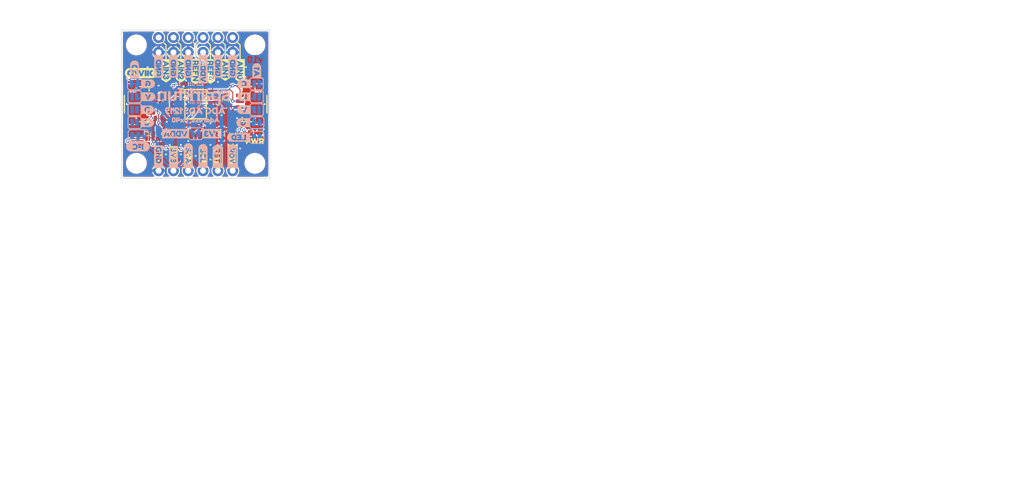
<source format=kicad_pcb>
(kicad_pcb (version 20241229) (generator "pcbnew") (generator_version "9.0")
  (layers (0 "F.Cu" signal) (2 "B.Cu" signal) (13 "F.Paste" user) (15 "B.Paste" user) (5 "F.SilkS" user "F.Silkscreen") (7 "B.SilkS" user "B.Silkscreen") (1 "F.Mask" user) (3 "B.Mask" user) (25 "Edge.Cuts" user))
  (net 0 "")
  (net 1 "GND")
  (net 2 "VDDA")
  (net 3 "Net-(D1-A)")
  (net 4 "SDA")
  (net 5 "SCL")
  (net 6 "AIN3")
  (net 7 "AIN2")
  (net 8 "REFN")
  (net 9 "REFP")
  (net 10 "AIN1")
  (net 11 "AIN0")
  (net 12 "~{RESET}")
  (net 13 "~{DRDY}")
  (net 14 "Net-(JP2-B)")
  (net 15 "Net-(JP3-A)")
  (net 16 "A0")
  (net 17 "A1")
  (net 22 "3.3V")
  (net 23 "Net-(JP3-C)")
  (footprint "SparkFun-Hardware:Standoff" (layer "F.Cu") (at 149.86 104.14)
    (property "Reference" "ST2")
    (property "Value" "Standoff")
    (pad "" np_thru_hole circle (at 0 0) (size 3.1 3.1) (drill 3.1) (layers "*.Cu" "*.Mask"))
  )
  (footprint "SparkFun-Connector:1x06" (layer "F.Cu") (at 133.35 102.87)
    (property "Reference" "J3")
    (property "Value" "Conn_01x06")
    (pad "1" thru_hole circle (at 0 0 90) (size 1.8796 1.8796) (drill 1.016) (layers "*.Cu" "*.Mask") (net 6 "AIN3"))
    (pad "2" thru_hole circle (at 2.54 0 90) (size 1.8796 1.8796) (drill 1.016) (layers "*.Cu" "*.Mask") (net 7 "AIN2"))
    (pad "3" thru_hole circle (at 5.08 0 90) (size 1.8796 1.8796) (drill 1.016) (layers "*.Cu" "*.Mask") (net 8 "REFN"))
    (pad "4" thru_hole circle (at 7.62 0 90) (size 1.8796 1.8796) (drill 1.016) (layers "*.Cu" "*.Mask") (net 9 "REFP"))
    (pad "5" thru_hole circle (at 10.16 0 90) (size 1.8796 1.8796) (drill 1.016) (layers "*.Cu" "*.Mask") (net 10 "AIN1"))
    (pad "6" thru_hole circle (at 12.7 0 90) (size 1.8796 1.8796) (drill 1.016) (layers "*.Cu" "*.Mask") (net 11 "AIN0"))
  )
  (footprint "SparkFun-Connector:1x02" (layer "F.Cu") (at 143.51 125.73)
    (property "Reference" "J5")
    (property "Value" "Conn_01x02")
    (pad "1" thru_hole circle (at 0 0 90) (size 1.8796 1.8796) (drill 1.016) (layers "*.Cu" "*.Mask") (net 12 "~{RESET}"))
    (pad "2" thru_hole circle (at 2.54 0 90) (size 1.8796 1.8796) (drill 1.016) (layers "*.Cu" "*.Mask") (net 13 "~{DRDY}"))
  )
  (footprint "SparkFun-Aesthetic:qwiic_5.5mm" (layer "F.Cu") (at 130.302 108.966)
    (property "Reference" "G***" (hide yes))
    (property "Value" "LOGO" (hide yes))
  )
  (footprint "kibuzzard-67BCE9C9" (layer "F.Cu") (at 138.43 123.19 -90)
    (property "Reference" "kibuzzard-67BCE9C9" (hide yes))
    (property "Value" "G***" (hide yes))
  )
  (footprint "kibuzzard-64C36D5B" (layer "F.Cu") (at 142.24 108.712 -90)
    (property "Reference" "kibuzzard-64C36D5B" (hide yes))
    (property "Value" "G***" (hide yes))
  )
  (footprint "SparkFun-Semiconductor-Standard:TSSOP-16" (layer "F.Cu") (at 139.7 114.3)
    (property "Reference" "U1")
    (property "Value" "ADS1219IPW")
    (pad "1" smd roundrect (at -2.9 -2.275) (size 1.5 0.45) (layers "F.Cu" "F.Mask" "F.Paste") (roundrect_rratio 0.1) (net 16 "A0"))
    (pad "2" smd roundrect (at -2.9 -1.625) (size 1.5 0.45) (layers "F.Cu" "F.Mask" "F.Paste") (roundrect_rratio 0.1) (net 17 "A1"))
    (pad "3" smd roundrect (at -2.9 -0.975) (size 1.5 0.45) (layers "F.Cu" "F.Mask" "F.Paste") (roundrect_rratio 0.1) (net 12 "~{RESET}"))
    (pad "4" smd roundrect (at -2.9 -0.325) (size 1.5 0.45) (layers "F.Cu" "F.Mask" "F.Paste") (roundrect_rratio 0.1) (net 1 "GND"))
    (pad "5" smd roundrect (at -2.9 0.325) (size 1.5 0.45) (layers "F.Cu" "F.Mask" "F.Paste") (roundrect_rratio 0.1) (net 1 "GND"))
    (pad "6" smd roundrect (at -2.9 0.975) (size 1.5 0.45) (layers "F.Cu" "F.Mask" "F.Paste") (roundrect_rratio 0.1) (net 6 "AIN3"))
    (pad "7" smd roundrect (at -2.9 1.625) (size 1.5 0.45) (layers "F.Cu" "F.Mask" "F.Paste") (roundrect_rratio 0.1) (net 7 "AIN2"))
    (pad "8" smd roundrect (at -2.9 2.275) (size 1.5 0.45) (layers "F.Cu" "F.Mask" "F.Paste") (roundrect_rratio 0.1) (net 8 "REFN"))
    (pad "9" smd roundrect (at 2.9 2.275) (size 1.5 0.45) (layers "F.Cu" "F.Mask" "F.Paste") (roundrect_rratio 0.1) (net 9 "REFP"))
    (pad "10" smd roundrect (at 2.9 1.625) (size 1.5 0.45) (layers "F.Cu" "F.Mask" "F.Paste") (roundrect_rratio 0.1) (net 10 "AIN1"))
    (pad "11" smd roundrect (at 2.9 0.975) (size 1.5 0.45) (layers "F.Cu" "F.Mask" "F.Paste") (roundrect_rratio 0.1) (net 11 "AIN0"))
    (pad "12" smd roundrect (at 2.9 0.325) (size 1.5 0.45) (layers "F.Cu" "F.Mask" "F.Paste") (roundrect_rratio 0.1) (net 2 "VDDA"))
    (pad "13" smd roundrect (at 2.9 -0.325) (size 1.5 0.45) (layers "F.Cu" "F.Mask" "F.Paste") (roundrect_rratio 0.1) (net 22 "3.3V"))
    (pad "14" smd roundrect (at 2.9 -0.975) (size 1.5 0.45) (layers "F.Cu" "F.Mask" "F.Paste") (roundrect_rratio 0.1) (net 13 "~{DRDY}"))
    (pad "15" smd roundrect (at 2.9 -1.625) (size 1.5 0.45) (layers "F.Cu" "F.Mask" "F.Paste") (roundrect_rratio 0.1) (net 4 "SDA"))
    (pad "16" smd roundrect (at 2.9 -2.275) (size 1.5 0.45) (layers "F.Cu" "F.Mask" "F.Paste") (roundrect_rratio 0.1) (net 5 "SCL"))
  )
  (footprint "kibuzzard-67BCE9CD" (layer "F.Cu") (at 140.97 123.19 -90)
    (property "Reference" "kibuzzard-67BCE9CD" (hide yes))
    (property "Value" "G***" (hide yes))
  )
  (footprint "kibuzzard-64C3B30F" (layer "F.Cu") (at 149.86 120.65)
    (property "Reference" "kibuzzard-64C3B30F" (hide yes))
    (property "Value" "G***" (hide yes))
  )
  (footprint "SparkFun-Connector:1x06" (layer "F.Cu") (at 133.35 105.41)
    (property "Reference" "J4")
    (property "Value" "Conn_01x06")
    (pad "1" thru_hole circle (at 0 0 90) (size 1.8796 1.8796) (drill 1.016) (layers "*.Cu" "*.Mask") (net 1 "GND"))
    (pad "2" thru_hole circle (at 2.54 0 90) (size 1.8796 1.8796) (drill 1.016) (layers "*.Cu" "*.Mask") (net 1 "GND"))
    (pad "3" thru_hole circle (at 5.08 0 90) (size 1.8796 1.8796) (drill 1.016) (layers "*.Cu" "*.Mask") (net 1 "GND"))
    (pad "4" thru_hole circle (at 7.62 0 90) (size 1.8796 1.8796) (drill 1.016) (layers "*.Cu" "*.Mask") (net 2 "VDDA"))
    (pad "5" thru_hole circle (at 10.16 0 90) (size 1.8796 1.8796) (drill 1.016) (layers "*.Cu" "*.Mask") (net 1 "GND"))
    (pad "6" thru_hole circle (at 12.7 0 90) (size 1.8796 1.8796) (drill 1.016) (layers "*.Cu" "*.Mask") (net 1 "GND"))
  )
  (footprint "kibuzzard-64C36D6C" (layer "F.Cu") (at 144.78 108.458 -90)
    (property "Reference" "kibuzzard-64C36D6C" (hide yes))
    (property "Value" "G***" (hide yes))
  )
  (footprint "SparkFun-Resistor:R_0603_1608Metric" (layer "F.Cu") (at 131.445 119.38 -90)
    (property "Reference" "R2")
    (property "Value" "2.2k")
    (pad "1" smd roundrect (at -0.825 0 270) (size 0.8 0.95) (layers "F.Cu" "F.Mask" "F.Paste") (net 5 "SCL"))
    (pad "2" smd roundrect (at 0.825 0 270) (size 0.8 0.95) (layers "F.Cu" "F.Mask" "F.Paste") (net 23 "Net-(JP3-C)"))
  )
  (footprint "SparkFun-Capacitor:C_0603_1608Metric" (layer "F.Cu") (at 137.16 119.38 -90)
    (property "Reference" "C3")
    (property "Value" "2.2uF")
    (pad "1" smd roundrect (at -0.775 0 270) (size 0.9 0.95) (layers "F.Cu" "F.Mask" "F.Paste") (net 2 "VDDA"))
    (pad "2" smd roundrect (at 0.775 0 270) (size 0.9 0.95) (layers "F.Cu" "F.Mask" "F.Paste") (net 1 "GND"))
  )
  (footprint "SparkFun-Resistor:R_0603_1608Metric" (layer "F.Cu") (at 146.05 119.38 90)
    (property "Reference" "R1")
    (property "Value" "1k")
    (pad "1" smd roundrect (at -0.825 0 90) (size 0.8 0.95) (layers "F.Cu" "F.Mask" "F.Paste") (net 14 "Net-(JP2-B)"))
    (pad "2" smd roundrect (at 0.825 0 90) (size 0.8 0.95) (layers "F.Cu" "F.Mask" "F.Paste") (net 22 "3.3V"))
  )
  (footprint "SparkFun-Capacitor:C_0603_1608Metric" (layer "F.Cu") (at 142.24 119.38 -90)
    (property "Reference" "C1")
    (property "Value" "2.2uF")
    (pad "1" smd roundrect (at -0.775 0 270) (size 0.9 0.95) (layers "F.Cu" "F.Mask" "F.Paste") (net 22 "3.3V"))
    (pad "2" smd roundrect (at 0.775 0 270) (size 0.9 0.95) (layers "F.Cu" "F.Mask" "F.Paste") (net 1 "GND"))
  )
  (footprint "SparkFun-Connector:JST_SMD_1.0mm-4_Black" (layer "F.Cu") (at 147.32 114.3 90)
    (property "Reference" "J2")
    (property "Value" "Qwiic_RA")
    (pad "1" smd rect (at -1.5 0 90) (size 0.6 1.35) (layers "F.Cu" "F.Mask" "F.Paste") (net 1 "GND"))
    (pad "2" smd rect (at -0.5 0 90) (size 0.6 1.35) (layers "F.Cu" "F.Mask" "F.Paste") (net 22 "3.3V"))
    (pad "3" smd rect (at 0.5 0 90) (size 0.6 1.35) (layers "F.Cu" "F.Mask" "F.Paste") (net 4 "SDA"))
    (pad "4" smd rect (at 1.5 0 90) (size 0.6 1.35) (layers "F.Cu" "F.Mask" "F.Paste") (net 5 "SCL"))
    (pad "NC1" smd rect (at 2.8 3.675 90) (size 1.2 2) (layers "F.Cu" "F.Mask" "F.Paste"))
    (pad "NC2" smd rect (at -2.8 3.675 90) (size 1.2 2) (layers "F.Cu" "F.Mask" "F.Paste"))
  )
  (footprint "kibuzzard-67BCEA70" (layer "F.Cu") (at 146.05 123.19 -90)
    (property "Reference" "kibuzzard-67BCEA70" (hide yes))
    (property "Value" "G***" (hide yes))
  )
  (footprint "kibuzzard-67BCE9A5" (layer "F.Cu") (at 143.51 123.19 -90)
    (property "Reference" "kibuzzard-67BCE9A5" (hide yes))
    (property "Value" "G***" (hide yes))
  )
  (footprint "kibuzzard-67BCC03F" (layer "F.Cu") (at 133.35 123.34875 -90)
    (property "Reference" "kibuzzard-67BCC03F" (hide yes))
    (property "Value" "G***" (hide yes))
  )
  (footprint "kibuzzard-64C36D91" (layer "F.Cu") (at 147.32 108.585 -90)
    (property "Reference" "kibuzzard-64C36D91" (hide yes))
    (property "Value" "G***" (hide yes))
  )
  (footprint "SparkFun-Connector:JST_SMD_1.0mm-4_Black" (layer "F.Cu") (at 132.08 114.3 -90)
    (property "Reference" "J1")
    (property "Value" "Qwiic_RA")
    (pad "1" smd rect (at -1.5 0 270) (size 0.6 1.35) (layers "F.Cu" "F.Mask" "F.Paste") (net 1 "GND"))
    (pad "2" smd rect (at -0.5 0 270) (size 0.6 1.35) (layers "F.Cu" "F.Mask" "F.Paste") (net 22 "3.3V"))
    (pad "3" smd rect (at 0.5 0 270) (size 0.6 1.35) (layers "F.Cu" "F.Mask" "F.Paste") (net 4 "SDA"))
    (pad "4" smd rect (at 1.5 0 270) (size 0.6 1.35) (layers "F.Cu" "F.Mask" "F.Paste") (net 5 "SCL"))
    (pad "NC1" smd rect (at 2.8 3.675 270) (size 1.2 2) (layers "F.Cu" "F.Mask" "F.Paste"))
    (pad "NC2" smd rect (at -2.8 3.675 270) (size 1.2 2) (layers "F.Cu" "F.Mask" "F.Paste"))
  )
  (footprint "kibuzzard-64C36D47" (layer "F.Cu") (at 139.7 108.712 -90)
    (property "Reference" "kibuzzard-64C36D47" (hide yes))
    (property "Value" "G***" (hide yes))
  )
  (footprint "SparkFun-Resistor:R_0603_1608Metric" (layer "F.Cu") (at 134.62 113.665 -90)
    (property "Reference" "R5")
    (property "Value" "10k")
    (pad "1" smd roundrect (at -0.825 0 270) (size 0.8 0.95) (layers "F.Cu" "F.Mask" "F.Paste") (net 22 "3.3V"))
    (pad "2" smd roundrect (at 0.825 0 270) (size 0.8 0.95) (layers "F.Cu" "F.Mask" "F.Paste") (net 12 "~{RESET}"))
  )
  (footprint "kibuzzard-64C36D1A" (layer "F.Cu") (at 134.62 108.585 -90)
    (property "Reference" "kibuzzard-64C36D1A" (hide yes))
    (property "Value" "G***" (hide yes))
  )
  (footprint "SparkFun-Resistor:R_0603_1608Metric" (layer "F.Cu") (at 144.78 113.665 -90)
    (property "Reference" "R4")
    (property "Value" "10k")
    (pad "1" smd roundrect (at -0.825 0 270) (size 0.8 0.95) (layers "F.Cu" "F.Mask" "F.Paste") (net 13 "~{DRDY}"))
    (pad "2" smd roundrect (at 0.825 0 270) (size 0.8 0.95) (layers "F.Cu" "F.Mask" "F.Paste") (net 22 "3.3V"))
  )
  (footprint "kibuzzard-67BCE9E1" (layer "F.Cu") (at 135.89 123.34875 -90)
    (property "Reference" "kibuzzard-67BCE9E1" (hide yes))
    (property "Value" "G***" (hide yes))
  )
  (footprint "SparkFun-Connector:1x04" (layer "F.Cu") (at 133.35 125.73)
    (property "Reference" "J6")
    (property "Value" "I2C")
    (pad "1" thru_hole circle (at 0 0 90) (size 1.8796 1.8796) (drill 1.016) (layers "*.Cu" "*.Mask") (net 1 "GND"))
    (pad "2" thru_hole circle (at 2.54 0 90) (size 1.8796 1.8796) (drill 1.016) (layers "*.Cu" "*.Mask") (net 22 "3.3V"))
    (pad "3" thru_hole circle (at 5.08 0 90) (size 1.8796 1.8796) (drill 1.016) (layers "*.Cu" "*.Mask") (net 4 "SDA"))
    (pad "4" thru_hole circle (at 7.62 0 90) (size 1.8796 1.8796) (drill 1.016) (layers "*.Cu" "*.Mask") (net 5 "SCL"))
  )
  (footprint "SparkFun-Capacitor:C_0603_1608Metric" (layer "F.Cu") (at 144.145 119.38 -90)
    (property "Reference" "C2")
    (property "Value" "0.1uF")
    (pad "1" smd roundrect (at -0.775 0 270) (size 0.9 0.95) (layers "F.Cu" "F.Mask" "F.Paste") (net 22 "3.3V"))
    (pad "2" smd roundrect (at 0.775 0 270) (size 0.9 0.95) (layers "F.Cu" "F.Mask" "F.Paste") (net 1 "GND"))
  )
  (footprint "SparkFun-Capacitor:C_0603_1608Metric" (layer "F.Cu") (at 135.255 119.38 -90)
    (property "Reference" "C4")
    (property "Value" "0.1uF")
    (pad "1" smd roundrect (at -0.775 0 270) (size 0.9 0.95) (layers "F.Cu" "F.Mask" "F.Paste") (net 2 "VDDA"))
    (pad "2" smd roundrect (at 0.775 0 270) (size 0.9 0.95) (layers "F.Cu" "F.Mask" "F.Paste") (net 1 "GND"))
  )
  (footprint "SparkFun-Resistor:R_0603_1608Metric" (layer "F.Cu") (at 133.35 119.38 90)
    (property "Reference" "R3")
    (property "Value" "2.2k")
    (pad "1" smd roundrect (at -0.825 0 90) (size 0.8 0.95) (layers "F.Cu" "F.Mask" "F.Paste") (net 15 "Net-(JP3-A)"))
    (pad "2" smd roundrect (at 0.825 0 90) (size 0.8 0.95) (layers "F.Cu" "F.Mask" "F.Paste") (net 4 "SDA"))
  )
  (footprint "SparkFun-Hardware:Standoff" (layer "F.Cu") (at 129.54 124.46)
    (property "Reference" "ST4")
    (property "Value" "Standoff")
    (pad "" np_thru_hole circle (at 0 0) (size 3.1 3.1) (drill 3.1) (layers "*.Cu" "*.Mask"))
  )
  (footprint "SparkFun-Aesthetic:Fiducial_0.5mm_Mask1mm" (layer "F.Cu") (at 151.765 126.365)
    (property "Reference" "FID1")
    (property "Value" "Fiducial_0.5mm")
    (pad "" smd circle (at 0 0) (size 0.5 0.5) (layers "F.Cu" "F.Mask") (clearance 0.25))
  )
  (footprint "SparkFun-Hardware:Standoff" (layer "F.Cu") (at 129.54 104.14)
    (property "Reference" "ST1")
    (property "Value" "Standoff")
    (pad "" np_thru_hole circle (at 0 0) (size 3.1 3.1) (drill 3.1) (layers "*.Cu" "*.Mask"))
  )
  (footprint "SparkFun-Aesthetic:Fiducial_0.5mm_Mask1mm" (layer "F.Cu") (at 127.635 102.235)
    (property "Reference" "FID3")
    (property "Value" "Fiducial_0.5mm")
    (pad "" smd circle (at 0 0) (size 0.5 0.5) (layers "F.Cu" "F.Mask") (clearance 0.25))
  )
  (footprint "SparkFun-LED:LED_0603_1608Metric_Red" (layer "F.Cu") (at 149.86 119.253 180)
    (property "Reference" "D1")
    (property "Value" "Red")
    (pad "1" smd roundrect (at -0.7875 0 180) (size 0.875 0.95) (layers "F.Cu" "F.Mask" "F.Paste") (net 1 "GND"))
    (pad "2" smd roundrect (at 0.7875 0 180) (size 0.875 0.95) (layers "F.Cu" "F.Mask" "F.Paste") (net 3 "Net-(D1-A)"))
  )
  (footprint "kibuzzard-64C36D2D" (layer "F.Cu") (at 137.16 108.585 -90)
    (property "Reference" "kibuzzard-64C36D2D" (hide yes))
    (property "Value" "G***" (hide yes))
  )
  (footprint "SparkFun-Hardware:Standoff" (layer "F.Cu") (at 149.86 124.46)
    (property "Reference" "ST3")
    (property "Value" "Standoff")
    (pad "" np_thru_hole circle (at 0 0) (size 3.1 3.1) (drill 3.1) (layers "*.Cu" "*.Mask"))
  )
  (footprint "kibuzzard-67BCEA3A" (layer "B.Cu") (at 138.43 123.19 90)
    (property "Reference" "kibuzzard-67BCEA3A" (hide yes))
    (property "Value" "G***" (hide yes))
  )
  (footprint "kibuzzard-67BCEB15" (layer "B.Cu") (at 129.2225 108.2675 90)
    (property "Reference" "kibuzzard-67BCEB15" (hide yes))
    (property "Value" "G***" (hide yes))
  )
  (footprint "SparkFun-Jumper:Jumper_2_NO" (layer "B.Cu") (at 150.1775 113.03 180)
    (property "Reference" "JP10")
    (property "Value" "D")
    (pad "1" smd rect (at -0.4064 0 180) (size 0.635 1.27) (layers "B.Cu" "B.Mask") (net 17 "A1"))
    (pad "2" smd rect (at 0.4064 0 180) (size 0.635 1.27) (layers "B.Cu" "B.Mask") (net 4 "SDA"))
  )
  (footprint "kibuzzard-67BCE896" (layer "B.Cu") (at 147.955 115.2525 180)
    (property "Reference" "kibuzzard-67BCE896" (hide yes))
    (property "Value" "G***" (hide yes))
  )
  (footprint "kibuzzard-64C37A88" (layer "B.Cu") (at 142.494 119.38 180)
    (property "Reference" "kibuzzard-64C37A88" (hide yes))
    (property "Value" "G***" (hide yes))
  )
  (footprint "kibuzzard-67BCE805" (layer "B.Cu") (at 131.60375 113.03 180)
    (property "Reference" "kibuzzard-67BCE805" (hide yes))
    (property "Value" "G***" (hide yes))
  )
  (footprint "kibuzzard-67BCE80E" (layer "B.Cu") (at 131.445 117.475 180)
    (property "Reference" "kibuzzard-67BCE80E" (hide yes))
    (property "Value" "G***" (hide yes))
  )
  (footprint "kibuzzard-67BCEAC6" (layer "B.Cu") (at 143.51 107.79125 90)
    (property "Reference" "kibuzzard-67BCEAC6" (hide yes))
    (property "Value" "G***" (hide yes))
  )
  (footprint "SparkFun-Jumper:Jumper_2_NO" (layer "B.Cu") (at 129.2225 115.2525)
    (property "Reference" "JP6")
    (property "Value" "D")
    (pad "1" smd rect (at -0.4064 0) (size 0.635 1.27) (layers "B.Cu" "B.Mask") (net 16 "A0"))
    (pad "2" smd rect (at 0.4064 0) (size 0.635 1.27) (layers "B.Cu" "B.Mask") (net 4 "SDA"))
  )
  (footprint "SparkFun-Aesthetic:SparkFun_Logo_NoFlame_12.5mm" (layer "B.Cu") (at 139.8 112.8 180)
    (property "Reference" "G***" (hide yes))
    (property "Value" "LOGO" (hide yes))
  )
  (footprint "kibuzzard-67BCEAC6" (layer "B.Cu") (at 133.35 107.79125 90)
    (property "Reference" "kibuzzard-67BCEAC6" (hide yes))
    (property "Value" "G***" (hide yes))
  )
  (footprint "SparkFun-Jumper:Jumper_2_NC_Trace" (layer "B.Cu") (at 129.2225 110.8075)
    (property "Reference" "JP4")
    (property "Value" "G")
    (fp_poly (pts (xy -0.25 0.15) (xy 0.25 0.15) (xy 0.25 -0.15) (xy -0.25 -0.15)) (fill yes) (layer "B.Cu"))
    (pad "1" smd rect (at -0.5207 0) (size 0.6604 1.27) (layers "B.Cu" "B.Mask") (net 16 "A0"))
    (pad "2" smd rect (at 0.5207 0) (size 0.6604 1.27) (layers "B.Cu" "B.Mask") (net 1 "GND"))
  )
  (footprint "SparkFun-Jumper:Jumper_2_NO" (layer "B.Cu") (at 129.2225 117.475)
    (property "Reference" "JP7")
    (property "Value" "C")
    (pad "1" smd rect (at -0.4064 0) (size 0.635 1.27) (layers "B.Cu" "B.Mask") (net 16 "A0"))
    (pad "2" smd rect (at 0.4064 0) (size 0.635 1.27) (layers "B.Cu" "B.Mask") (net 5 "SCL"))
  )
  (footprint "SparkFun-Jumper:Jumper_2_NC_Trace" (layer "B.Cu") (at 139.7 119.38 180)
    (property "Reference" "JP1")
    (property "Value" "~")
    (fp_poly (pts (xy -0.25 0.15) (xy 0.25 0.15) (xy 0.25 -0.15) (xy -0.25 -0.15)) (fill yes) (layer "B.Cu"))
    (pad "1" smd rect (at -0.5207 0 180) (size 0.6604 1.27) (layers "B.Cu" "B.Mask") (net 22 "3.3V"))
    (pad "2" smd rect (at 0.5207 0 180) (size 0.6604 1.27) (layers "B.Cu" "B.Mask") (net 2 "VDDA"))
  )
  (footprint "SparkFun-Jumper:Jumper_3_NC-2_Trace" (layer "B.Cu") (at 129.8575 119.6975 180)
    (property "Reference" "JP3")
    (property "Value" "~")
    (fp_poly (pts (xy 0.262 0.173) (xy 0.762 0.173) (xy 0.762 -0.127) (xy 0.262 -0.127)) (fill yes) (layer "B.Cu"))
    (fp_poly (pts (xy -0.7707 0.15) (xy -0.2707 0.15) (xy -0.2707 -0.15) (xy -0.7707 -0.15)) (fill yes) (layer "B.Cu"))
    (pad "1" smd rect (at -1.0414 0 180) (size 0.6604 1.27) (layers "B.Cu" "B.Mask") (net 15 "Net-(JP3-A)"))
    (pad "2" smd rect (at 0 0 180) (size 0.6604 1.27) (layers "B.Cu" "B.Mask") (net 22 "3.3V"))
    (pad "3" smd rect (at 1.0414 0) (size 0.6604 1.27) (layers "B.Cu" "B.Mask") (net 23 "Net-(JP3-C)"))
  )
  (footprint "SparkFun-Jumper:Jumper_2_NO" (layer "B.Cu") (at 150.1775 110.8075 180)
    (property "Reference" "JP11")
    (property "Value" "C")
    (pad "1" smd rect (at -0.4064 0 180) (size 0.635 1.27) (layers "B.Cu" "B.Mask") (net 17 "A1"))
    (pad "2" smd rect (at 0.4064 0 180) (size 0.635 1.27) (layers "B.Cu" "B.Mask") (net 5 "SCL"))
  )
  (footprint "SparkFun-Jumper:Jumper_2_NC_Trace" (layer "B.Cu") (at 150.1775 117.475 180)
    (property "Reference" "JP8")
    (property "Value" "G")
    (fp_poly (pts (xy -0.25 0.15) (xy 0.25 0.15) (xy 0.25 -0.15) (xy -0.25 -0.15)) (fill yes) (layer "B.Cu"))
    (pad "1" smd rect (at -0.5207 0 180) (size 0.6604 1.27) (layers "B.Cu" "B.Mask") (net 17 "A1"))
    (pad "2" smd rect (at 0.5207 0 180) (size 0.6604 1.27) (layers "B.Cu" "B.Mask") (net 1 "GND"))
  )
  (footprint "kibuzzard-67BCE889" (layer "B.Cu") (at 147.79625 117.475 180)
    (property "Reference" "kibuzzard-67BCE889" (hide yes))
    (property "Value" "G***" (hide yes))
  )
  (footprint "kibuzzard-67BCE809" (layer "B.Cu") (at 131.445 115.2525 180)
    (property "Reference" "kibuzzard-67BCE809" (hide yes))
    (property "Value" "G***" (hide yes))
  )
  (footprint "kibuzzard-67BCEA31" (layer "B.Cu") (at 140.97 123.19 90)
    (property "Reference" "kibuzzard-67BCEA31" (hide yes))
    (property "Value" "G***" (hide yes))
  )
  (footprint "SparkFun-Jumper:Jumper_2_NO" (layer "B.Cu") (at 150.1775 115.2525 180)
    (property "Reference" "JP9")
    (property "Value" "V")
    (pad "1" smd rect (at -0.4064 0 180) (size 0.635 1.27) (layers "B.Cu" "B.Mask") (net 17 "A1"))
    (pad "2" smd rect (at 0.4064 0 180) (size 0.635 1.27) (layers "B.Cu" "B.Mask") (net 22 "3.3V"))
  )
  (footprint "kibuzzard-67BCE899" (layer "B.Cu") (at 147.955 113.03 180)
    (property "Reference" "kibuzzard-67BCE899" (hide yes))
    (property "Value" "G***" (hide yes))
  )
  (footprint "kibuzzard-67BCEA1E" (layer "B.Cu") (at 143.51 123.19 90)
    (property "Reference" "kibuzzard-67BCEA1E" (hide yes))
    (property "Value" "G***" (hide yes))
  )
  (footprint "kibuzzard-64C37CC9" (layer "B.Cu") (at 136.271 119.38 180)
    (property "Reference" "kibuzzard-64C37CC9" (hide yes))
    (property "Value" "G***" (hide yes))
  )
  (footprint "kibuzzard-67BCEB1D" (layer "B.Cu") (at 150.1775 108.585 90)
    (property "Reference" "kibuzzard-67BCEB1D" (hide yes))
    (property "Value" "G***" (hide yes))
  )
  (footprint "kibuzzard-67BCEAC6" (layer "B.Cu") (at 138.43 107.79125 90)
    (property "Reference" "kibuzzard-67BCEAC6" (hide yes))
    (property "Value" "G***" (hide yes))
  )
  (footprint "kibuzzard-64C38090" (layer "B.Cu") (at 129.794 121.6025 180)
    (property "Reference" "kibuzzard-64C38090" (hide yes))
    (property "Value" "G***" (hide yes))
  )
  (footprint "kibuzzard-67BCEA55" (layer "B.Cu") (at 133.35 123.34875 90)
    (property "Reference" "kibuzzard-67BCEA55" (hide yes))
    (property "Value" "G***" (hide yes))
  )
  (footprint "kibuzzard-67BCEAC6" (layer "B.Cu") (at 135.89 107.79125 90)
    (property "Reference" "kibuzzard-67BCEAC6" (hide yes))
    (property "Value" "G***" (hide yes))
  )
  (footprint "SparkFun-Jumper:Jumper_2_NC_Trace" (layer "B.Cu") (at 150.1775 120.015)
    (property "Reference" "JP2")
    (property "Value" "~")
    (fp_poly (pts (xy -0.25 0.15) (xy 0.25 0.15) (xy 0.25 -0.15) (xy -0.25 -0.15)) (fill yes) (layer "B.Cu"))
    (pad "1" smd rect (at -0.5207 0) (size 0.6604 1.27) (layers "B.Cu" "B.Mask") (net 3 "Net-(D1-A)"))
    (pad "2" smd rect (at 0.5207 0) (size 0.6604 1.27) (layers "B.Cu" "B.Mask") (net 14 "Net-(JP2-B)"))
  )
  (footprint "kibuzzard-67BCEAAB" (layer "B.Cu") (at 147.0025 120.015 180)
    (property "Reference" "kibuzzard-67BCEAAB" (hide yes))
    (property "Value" "G***" (hide yes))
  )
  (footprint "kibuzzard-67BCEAC6" (layer "B.Cu") (at 146.05 107.79125 90)
    (property "Reference" "kibuzzard-67BCEAC6" (hide yes))
    (property "Value" "G***" (hide yes))
  )
  (footprint "kibuzzard-67BCE89D" (layer "B.Cu") (at 147.955 110.8075 180)
    (property "Reference" "kibuzzard-67BCE89D" (hide yes))
    (property "Value" "G***" (hide yes))
  )
  (footprint "kibuzzard-67BCEA48" (layer "B.Cu") (at 135.89 123.5075 90)
    (property "Reference" "kibuzzard-67BCEA48" (hide yes))
    (property "Value" "G***" (hide yes))
  )
  (footprint "kibuzzard-67BCEA65" (layer "B.Cu") (at 146.05 123.19 90)
    (property "Reference" "kibuzzard-67BCEA65" (hide yes))
    (property "Value" "G***" (hide yes))
  )
  (footprint "kibuzzard-67BCEB32" (layer "B.Cu") (at 139.7 117 180)
    (property "Reference" "kibuzzard-67BCEB32" (hide yes))
    (property "Value" "G***" (hide yes))
  )
  (footprint "SparkFun-Jumper:Jumper_2_NO" (layer "B.Cu") (at 129.2225 113.03)
    (property "Reference" "JP5")
    (property "Value" "V")
    (pad "1" smd rect (at -0.4064 0) (size 0.635 1.27) (layers "B.Cu" "B.Mask") (net 16 "A0"))
    (pad "2" smd rect (at 0.4064 0) (size 0.635 1.27) (layers "B.Cu" "B.Mask") (net 22 "3.3V"))
  )
  (footprint "kibuzzard-67BCEAE1" (layer "B.Cu") (at 140.97 108.2675 90)
    (property "Reference" "kibuzzard-67BCEAE1" (hide yes))
    (property "Value" "G***" (hide yes))
  )
  (footprint "kibuzzard-64C3BD7A" (layer "B.Cu") (at 139.6 115.443 180)
    (property "Reference" "kibuzzard-64C3BD7A" (hide yes))
    (property "Value" "G***" (hide yes))
  )
  (footprint "kibuzzard-67BCE7E0" (layer "B.Cu") (at 131.60375 110.8075 180)
    (property "Reference" "kibuzzard-67BCE7E0" (hide yes))
    (property "Value" "G***" (hide yes))
  )
  (gr_line (start 142.24 104.14) (end 142.24 106.68) (stroke (width 0.2032)) (layer "F.SilkS"))
  (gr_line (start 144.78 104.14) (end 144.78 106.68) (stroke (width 0.2032)) (layer "F.SilkS"))
  (gr_line (start 139.7 104.14) (end 139.7 106.68) (stroke (width 0.2032)) (layer "F.SilkS"))
  (gr_line (start 137.16 104.14) (end 136.779 103.759) (stroke (width 0.2032)) (layer "F.SilkS"))
  (gr_line (start 134.62 104.14) (end 134.239 103.759) (stroke (width 0.2032)) (layer "F.SilkS"))
  (gr_line (start 137.16 104.14) (end 137.16 106.68) (stroke (width 0.2032)) (layer "F.SilkS"))
  (gr_line (start 142.24 104.14) (end 141.859 103.759) (stroke (width 0.2032)) (layer "F.SilkS"))
  (gr_line (start 139.7 104.14) (end 139.319 103.759) (stroke (width 0.2032)) (layer "F.SilkS"))
  (gr_line (start 147.32 104.14) (end 146.939 103.759) (stroke (width 0.2032)) (layer "F.SilkS"))
  (gr_line (start 134.62 104.14) (end 134.62 106.68) (stroke (width 0.2032)) (layer "F.SilkS"))
  (gr_line (start 144.78 104.14) (end 144.399 103.759) (stroke (width 0.2032)) (layer "F.SilkS"))
  (gr_line (start 147.32 104.14) (end 147.32 106.68) (stroke (width 0.2032)) (layer "F.SilkS"))
  (gr_rect (start 127 101.6) (end 152.4 127) (stroke (width 0.1)) (fill no) (layer "Edge.Cuts"))
  (gr_text "v10" (at 149.86 106.68 0) (layer "B.Cu" knockout) (effects (font (size 1.016 1.016) (thickness 0.254) (bold yes)) (justify mirror)))
  (segment (start 137.724 114.625) (end 138.049 114.3) (width 0.4064) (layer "F.Cu") (net 1))
  (segment (start 138.43 105.41) (end 138.43 104.4575) (width 0.4064) (layer "F.Cu") (net 1))
  (segment (start 137.16 120.155) (end 137.16 121.285) (width 0.4064) (layer "F.Cu") (net 1))
  (segment (start 137.724 113.975) (end 138.049 114.3) (width 0.4064) (layer "F.Cu") (net 1))
  (segment (start 142.24 120.155) (end 142.24 121.285) (width 0.4064) (layer "F.Cu") (net 1))
  (segment (start 136.8 113.975) (end 137.724 113.975) (width 0.4064) (layer "F.Cu") (net 1))
  (segment (start 143.51 105.41) (end 143.51 104.4575) (width 0.4064) (layer "F.Cu") (net 1))
  (segment (start 144.145 120.155) (end 144.145 121.285) (width 0.4064) (layer "F.Cu") (net 1))
  (segment (start 135.89 105.41) (end 135.89 104.4575) (width 0.4064) (layer "F.Cu") (net 1))
  (segment (start 136.8 114.625) (end 137.724 114.625) (width 0.4064) (layer "F.Cu") (net 1))
  (segment (start 135.255 120.155) (end 135.255 121.285) (width 0.4064) (layer "F.Cu") (net 1))
  (segment (start 132.945 112.8) (end 133.35 112.395) (width 0.4064) (layer "F.Cu") (net 1))
  (segment (start 132.08 112.8) (end 132.945 112.8) (width 0.4064) (layer "F.Cu") (net 1))
  (segment (start 147.32 116.205) (end 147.32 115.8) (width 0.4064) (layer "F.Cu") (net 1))
  (segment (start 146.812 116.713) (end 147.32 116.205) (width 0.4064) (layer "F.Cu") (net 1))
  (segment (start 150.749 119.253) (end 150.6475 119.253) (width 0.4064) (layer "F.Cu") (net 1))
  (segment (start 151.384 118.618) (end 150.749 119.253) (width 0.4064) (layer "F.Cu") (net 1))
  (via (at 142.24 117.602) (size 0.56) (drill 0.3) (layers "F.Cu" "B.Cu") (net 1))
  (via (at 134.62 122.936) (size 0.56) (drill 0.3) (layers "F.Cu" "B.Cu") (net 1))
  (via (at 131.445 107.95) (size 0.56) (drill 0.3) (layers "F.Cu" "B.Cu") (net 1))
  (via (at 137.16 122.936) (size 0.56) (drill 0.3) (layers "F.Cu" "B.Cu") (net 1))
  (via (at 138.049 114.3) (size 0.56) (drill 0.3) (layers "F.Cu" "B.Cu") (net 1))
  (via (at 143.51 110.49) (size 0.56) (drill 0.3) (layers "F.Cu" "B.Cu") (net 1))
  (via (at 134.747 117.348) (size 0.56) (drill 0.3) (layers "F.Cu" "B.Cu") (net 1))
  (via (at 138.43 120.65) (size 0.56) (drill 0.3) (layers "F.Cu" "B.Cu") (net 1))
  (via (at 142.24 121.285) (size 0.56) (drill 0.3) (layers "F.Cu" "B.Cu") (net 1))
  (via (at 144.145 116.205) (size 0.56) (drill 0.3) (layers "F.Cu" "B.Cu") (net 1))
  (via (at 146.812 116.713) (size 0.56) (drill 0.3) (layers "F.Cu" "B.Cu") (net 1))
  (via (at 133.35 112.395) (size 0.56) (drill 0.3) (layers "F.Cu" "B.Cu") (net 1))
  (via (at 138.049 110.236) (size 0.56) (drill 0.3) (layers "F.Cu" "B.Cu") (net 1))
  (via (at 127.889 114.3) (size 0.56) (drill 0.3) (layers "F.Cu" "B.Cu") (net 1))
  (via (at 151.511 114.3) (size 0.56) (drill 0.3) (layers "F.Cu" "B.Cu") (net 1))
  (via (at 133.35 111.125) (size 0.56) (drill 0.3) (layers "F.Cu" "B.Cu") (net 1))
  (via (at 135.255 121.285) (size 0.56) (drill 0.3) (layers "F.Cu" "B.Cu") (net 1))
  (via (at 151.384 118.618) (size 0.56) (drill 0.3) (layers "F.Cu" "B.Cu") (net 1))
  (via (at 147.32 121.92) (size 0.56) (drill 0.3) (layers "F.Cu" "B.Cu") (net 1))
  (via (at 142.24 123.825) (size 0.56) (drill 0.3) (layers "F.Cu" "B.Cu") (net 1))
  (via (at 144.145 121.285) (size 0.56) (drill 0.3) (layers "F.Cu" "B.Cu") (net 1))
  (via (at 139.7 123.19) (size 0.56) (drill 0.3) (layers "F.Cu" "B.Cu") (net 1))
  (via (at 148.336 107.95) (size 0.56) (drill 0.3) (layers "F.Cu" "B.Cu") (net 1))
  (via (at 137.16 121.285) (size 0.56) (drill 0.3) (layers "F.Cu" "B.Cu") (net 1))
  (segment (start 139.7 107.315) (end 139.7 108.585) (width 0.4064) (layer "F.Cu") (net 2))
  (segment (start 141.378562 114.625) (end 141.301281 114.547719) (width 0.4064) (layer "F.Cu") (net 2))
  (segment (start 138.43 118.491) (end 138.316 118.605) (width 0.4064) (layer "F.Cu") (net 2))
  (segment (start 142.6 114.625) (end 141.378562 114.625) (width 0.4064) (layer "F.Cu") (net 2))
  (segment (start 139.7 115.653564) (end 139.106782 116.246782) (width 0.4064) (layer "F.Cu") (net 2))
  (segment (start 138.316 118.605) (end 137.16 118.605) (width 0.4064) (layer "F.Cu") (net 2))
  (segment (start 135.255 118.605) (end 137.16 118.605) (width 0.4064) (layer "F.Cu") (net 2))
  (segment (start 139.7 108.585) (end 139.7 115.653564) (width 0.4064) (layer "F.Cu") (net 2))
  (segment (start 140.97 106.045) (end 139.7 107.315) (width 0.4064) (layer "F.Cu") (net 2))
  (segment (start 140.97 105.41) (end 140.97 106.045) (width 0.4064) (layer "F.Cu") (net 2))
  (via (at 138.43 118.491) (size 0.56) (drill 0.3) (layers "F.Cu" "B.Cu") (net 2))
  (via (at 141.301281 114.547719) (size 0.56) (drill 0.3) (layers "F.Cu" "B.Cu") (net 2))
  (via (at 139.106782 116.246782) (size 0.56) (drill 0.3) (layers "F.Cu" "B.Cu") (net 2))
  (segment (start 138.83005 118.89105) (end 139.1793 118.89105) (width 0.4064) (layer "B.Cu") (net 2))
  (segment (start 141.301281 114.547719) (end 140.805845 114.547719) (width 0.4064) (layer "B.Cu") (net 2))
  (segment (start 139.023218 116.246782) (end 139.106782 116.246782) (width 0.4064) (layer "B.Cu") (net 2))
  (segment (start 138.43 118.491) (end 138.83005 118.89105) (width 0.4064) (layer "B.Cu") (net 2))
  (segment (start 140.805845 114.547719) (end 139.106782 116.246782) (width 0.4064) (layer "B.Cu") (net 2))
  (segment (start 138.43 116.84) (end 139.023218 116.246782) (width 0.4064) (layer "B.Cu") (net 2))
  (segment (start 138.43 118.491) (end 138.43 116.84) (width 0.4064) (layer "B.Cu") (net 2))
  (segment (start 148.463 119.253) (end 147.955 118.745) (width 0.1524) (layer "F.Cu") (net 3))
  (segment (start 149.0725 119.253) (end 148.463 119.253) (width 0.1524) (layer "F.Cu") (net 3))
  (via (at 147.955 118.745) (size 0.56) (drill 0.3) (layers "F.Cu" "B.Cu") (net 3))
  (segment (start 147.955 118.745) (end 147.955 119.126) (width 0.1524) (layer "B.Cu") (net 3))
  (segment (start 147.955 119.126) (end 149.20595 120.37695) (width 0.1524) (layer "B.Cu") (net 3))
  (segment (start 149.20595 120.37695) (end 149.6568 120.37695) (width 0.1524) (layer "B.Cu") (net 3))
  (segment (start 133.345416 117.470416) (end 133.345416 115.828584) (width 0.1524) (layer "F.Cu") (net 4))
  (segment (start 133.0372 114.8) (end 133.1722 114.935) (width 0.1524) (layer "F.Cu") (net 4))
  (segment (start 143.611 112.675) (end 143.764 112.522) (width 0.1524) (layer "F.Cu") (net 4))
  (segment (start 132.08 114.8) (end 133.0372 114.8) (width 0.1524) (layer "F.Cu") (net 4))
  (segment (start 144.018 111.887) (end 144.907 111.887) (width 0.1524) (layer "F.Cu") (net 4))
  (segment (start 145.669 111.887) (end 145.923 112.141) (width 0.1524) (layer "F.Cu") (net 4))
  (segment (start 133.1722 115.655368) (end 133.345416 115.828584) (width 0.1524) (layer "F.Cu") (net 4))
  (segment (start 147.32 113.8) (end 146.058 113.8) (width 0.1524) (layer "F.Cu") (net 4))
  (segment (start 146.058 113.8) (end 146.05 113.792) (width 0.1524) (layer "F.Cu") (net 4))
  (segment (start 142.6 112.675) (end 143.611 112.675) (width 0.1524) (layer "F.Cu") (net 4))
  (segment (start 133.35 117.475) (end 133.35 118.555) (width 0.1524) (layer "F.Cu") (net 4))
  (segment (start 143.764 112.522) (end 143.764 112.141) (width 0.1524) (layer "F.Cu") (net 4))
  (segment (start 145.923 112.141) (end 146.05 112.268) (width 0.1524) (layer "F.Cu") (net 4))
  (segment (start 143.764 112.141) (end 144.018 111.887) (width 0.1524) (layer "F.Cu") (net 4))
  (segment (start 144.907 111.887) (end 145.669 111.887) (width 0.1524) (layer "F.Cu") (net 4))
  (segment (start 146.05 112.268) (end 146.05 113.792) (width 0.1524) (layer "F.Cu") (net 4))
  (segment (start 133.1722 114.935) (end 133.1722 115.655368) (width 0.1524) (layer "F.Cu") (net 4))
  (segment (start 133.35 117.475) (end 133.345416 117.470416) (width 0.1524) (layer "F.Cu") (net 4))
  (via (at 146.05 113.792) (size 0.56) (drill 0.3) (layers "F.Cu" "B.Cu") (net 4))
  (via (at 133.35 117.475) (size 0.56) (drill 0.3) (layers "F.Cu" "B.Cu") (net 4))
  (via (at 133.345416 115.828584) (size 0.56) (drill 0.3) (layers "F.Cu" "B.Cu") (net 4))
  (segment (start 136.144 123.444) (end 136.144 120.269) (width 0.1524) (layer "B.Cu") (net 4))
  (segment (start 132.832832 115.316) (end 129.6289 115.316) (width 0.1524) (layer "B.Cu") (net 4))
  (segment (start 146.05 113.792) (end 144.4498 112.1918) (width 0.1524) (layer "B.Cu") (net 4))
  (segment (start 133.781052 117.475) (end 133.35 117.475) (width 0.1524) (layer "B.Cu") (net 4))
  (segment (start 135.6868 113.7412) (end 135.6868 115.569252) (width 0.1524) (layer "B.Cu") (net 4))
  (segment (start 148.082 113.284) (end 149.7711 113.284) (width 0.1524) (layer "B.Cu") (net 4))
  (segment (start 136.144 120.269) (end 133.35 117.475) (width 0.1524) (layer "B.Cu") (net 4))
  (segment (start 137.2362 112.1918) (end 135.6868 113.7412) (width 0.1524) (layer "B.Cu") (net 4))
  (segment (start 138.43 125.73) (end 136.144 123.444) (width 0.1524) (layer "B.Cu") (net 4))
  (segment (start 146.05 113.792) (end 147.574 113.792) (width 0.1524) (layer "B.Cu") (net 4))
  (segment (start 133.345416 115.828584) (end 132.832832 115.316) (width 0.1524) (layer "B.Cu") (net 4))
  (segment (start 144.4498 112.1918) (end 137.2362 112.1918) (width 0.1524) (layer "B.Cu") (net 4))
  (segment (start 135.6868 115.569252) (end 133.781052 117.475) (width 0.1524) (layer "B.Cu") (net 4))
  (segment (start 147.574 113.792) (end 148.082 113.284) (width 0.1524) (layer "B.Cu") (net 4))
  (segment (start 131.445 117.348) (end 131.445 118.555) (width 0.1524) (layer "F.Cu") (net 5))
  (segment (start 142.875 111.125) (end 146.05 111.125) (width 0.1524) (layer "F.Cu") (net 5))
  (segment (start 142.6 111.4) (end 142.875 111.125) (width 0.1524) (layer "F.Cu") (net 5))
  (segment (start 142.6 112.025) (end 142.6 111.4) (width 0.1524) (layer "F.Cu") (net 5))
  (segment (start 132.08 115.8) (end 132.08 116.713) (width 0.1524) (layer "F.Cu") (net 5))
  (segment (start 146.685 111.125) (end 146.05 111.125) (width 0.1524) (layer "F.Cu") (net 5))
  (segment (start 137.033 121.92) (end 137.16 122.047) (width 0.1524) (layer "F.Cu") (net 5))
  (segment (start 132.08 116.713) (end 131.445 117.348) (width 0.1524) (layer "F.Cu") (net 5))
  (segment (start 134.747 121.92) (end 137.033 121.92) (width 0.1524) (layer "F.Cu") (net 5))
  (segment (start 134.62 121.793) (end 134.747 121.92) (width 0.1524) (layer "F.Cu") (net 5))
  (segment (start 147.32 111.76) (end 146.685 111.125) (width 0.1524) (layer "F.Cu") (net 5))
  (segment (start 147.32 112.8) (end 147.32 111.76) (width 0.1524) (layer "F.Cu") (net 5))
  (via (at 132.08 116.713) (size 0.56) (drill 0.3) (layers "F.Cu" "B.Cu") (net 5))
  (via (at 146.05 111.125) (size 0.56) (drill 0.3) (layers "F.Cu" "B.Cu") (net 5))
  (via (at 137.16 122.047) (size 0.56) (drill 0.3) (layers "F.Cu" "B.Cu") (net 5))
  (via (at 134.62 121.793) (size 0.56) (drill 0.3) (layers "F.Cu" "B.Cu") (net 5))
  (segment (start 135.382 115.443) (end 135.382 113.614948) (width 0.1524) (layer "B.Cu") (net 5))
  (segment (start 132.588 119.761) (end 134.62 121.793) (width 0.1524) (layer "B.Cu") (net 5))
  (segment (start 132.588 117.348) (end 132.588 119.761) (width 0.1524) (layer "B.Cu") (net 5))
  (segment (start 146.05 111.125) (end 149.6441 111.125) (width 0.1524) (layer "B.Cu") (net 5))
  (segment (start 134.112 116.713) (end 135.382 115.443) (width 0.1524) (layer "B.Cu") (net 5))
  (segment (start 132.08 116.713) (end 132.08 116.84) (width 0.1524) (layer "B.Cu") (net 5))
  (segment (start 129.6289 117.348) (end 131.445 117.348) (width 0.1524) (layer "B.Cu") (net 5))
  (segment (start 132.08 116.713) (end 134.112 116.713) (width 0.1524) (layer "B.Cu") (net 5))
  (segment (start 149.6441 111.125) (end 149.7711 111.252) (width 0.1524) (layer "B.Cu") (net 5))
  (segment (start 137.109948 111.887) (end 145.288 111.887) (width 0.1524) (layer "B.Cu") (net 5))
  (segment (start 137.287 122.047) (end 137.16 122.047) (width 0.1524) (layer "B.Cu") (net 5))
  (segment (start 132.08 116.84) (end 132.588 117.348) (width 0.1524) (layer "B.Cu") (net 5))
  (segment (start 140.97 125.73) (end 137.287 122.047) (width 0.1524) (layer "B.Cu") (net 5))
  (segment (start 131.445 117.348) (end 132.08 116.713) (width 0.1524) (layer "B.Cu") (net 5))
  (segment (start 145.288 111.887) (end 146.05 111.125) (width 0.1524) (layer "B.Cu") (net 5))
  (segment (start 135.382 113.614948) (end 137.109948 111.887) (width 0.1524) (layer "B.Cu") (net 5))
  (segment (start 138.6586 114.7064) (end 138.09 115.275) (width 0.1524) (layer "F.Cu") (net 6))
  (segment (start 138.6586 108.609652) (end 138.6586 114.7064) (width 0.1524) (layer "F.Cu") (net 6))
  (segment (start 138.09 115.275) (end 136.8 115.275) (width 0.1524) (layer "F.Cu") (net 6))
  (segment (start 135.44441 106.806252) (end 136.8552 106.806252) (width 0.1524) (layer "F.Cu") (net 6))
  (segment (start 136.8552 106.806252) (end 138.6586 108.609652) (width 0.1524) (layer "F.Cu") (net 6))
  (segment (start 134.62 104.14) (end 134.62 105.981842) (width 0.1524) (layer "F.Cu") (net 6))
  (segment (start 134.62 105.981842) (end 135.44441 106.806252) (width 0.1524) (layer "F.Cu") (net 6))
  (segment (start 133.35 102.87) (end 134.62 104.14) (width 0.1524) (layer "F.Cu") (net 6))
  (segment (start 138.075 115.925) (end 136.8 115.925) (width 0.1524) (layer "F.Cu") (net 7))
  (segment (start 137.16 106.68) (end 138.9634 108.4834) (width 0.1524) (layer "F.Cu") (net 7))
  (segment (start 137.16 104.14) (end 137.16 106.68) (width 0.1524) (layer "F.Cu") (net 7))
  (segment (start 138.9634 115.0366) (end 138.075 115.925) (width 0.1524) (layer "F.Cu") (net 7))
  (segment (start 135.89 102.87) (end 137.16 104.14) (width 0.1524) (layer "F.Cu") (net 7))
  (segment (start 138.9634 108.4834) (end 138.9634 115.0366) (width 0.1524) (layer "F.Cu") (net 7))
  (segment (start 139.7 104.14) (end 139.7 106.68) (width 0.1524) (layer "F.Cu") (net 8))
  (segment (start 139.2682 107.1118) (end 139.2682 115.3668) (width 0.1524) (layer "F.Cu") (net 8))
  (segment (start 139.2682 115.3668) (end 138.06 116.575) (width 0.1524) (layer "F.Cu") (net 8))
  (segment (start 138.43 102.87) (end 139.7 104.14) (width 0.1524) (layer "F.Cu") (net 8))
  (segment (start 139.7 106.68) (end 139.2682 107.1118) (width 0.1524) (layer "F.Cu") (net 8))
  (segment (start 138.06 116.575) (end 136.8 116.575) (width 0.1524) (layer "F.Cu") (net 8))
  (segment (start 140.1318 108.069636) (end 140.1318 115.3668) (width 0.1524) (layer "F.Cu") (net 9))
  (segment (start 140.1318 115.3668) (end 141.34 116.575) (width 0.1524) (layer "F.Cu") (net 9))
  (segment (start 140.928218 107.273218) (end 140.1318 108.069636) (width 0.1524) (layer "F.Cu") (net 9))
  (segment (start 141.34 116.575) (end 142.6 116.575) (width 0.1524) (layer "F.Cu") (net 9))
  (via (at 140.928218 107.273218) (size 0.56) (drill 0.3) (layers "F.Cu" "B.Cu") (net 9))
  (segment (start 140.928218 107.273218) (end 139.7 106.045) (width 0.1524) (layer "B.Cu") (net 9))
  (segment (start 139.7 104.14) (end 140.97 102.87) (width 0.1524) (layer "B.Cu") (net 9))
  (segment (start 139.7 106.045) (end 139.7 104.14) (width 0.1524) (layer "B.Cu") (net 9))
  (segment (start 142.24 106.68) (end 142.24 104.14) (width 0.1524) (layer "F.Cu") (net 10))
  (segment (start 140.4366 115.0366) (end 140.4366 108.4834) (width 0.1524) (layer "F.Cu") (net 10))
  (segment (start 142.6 115.925) (end 141.325 115.925) (width 0.1524) (layer "F.Cu") (net 10))
  (segment (start 141.325 115.925) (end 140.4366 115.0366) (width 0.1524) (layer "F.Cu") (net 10))
  (segment (start 140.4366 108.4834) (end 142.24 106.68) (width 0.1524) (layer "F.Cu") (net 10))
  (segment (start 142.24 104.14) (end 143.51 102.87) (width 0.1524) (layer "F.Cu") (net 10))
  (segment (start 144.78 104.14) (end 144.78 106.045) (width 0.1524) (layer "F.Cu") (net 11))
  (segment (start 140.7414 108.8136) (end 140.7414 114.7064) (width 0.1524) (layer "F.Cu") (net 11))
  (segment (start 140.7414 114.7064) (end 141.31 115.275) (width 0.1524) (layer "F.Cu") (net 11))
  (segment (start 146.05 102.87) (end 144.78 104.14) (width 0.1524) (layer "F.Cu") (net 11))
  (segment (start 141.31 115.275) (end 142.6 115.275) (width 0.1524) (layer "F.Cu") (net 11))
  (segment (start 144.018748 106.806252) (end 142.748748 106.806252) (width 0.1524) (layer "F.Cu") (net 11))
  (segment (start 144.78 106.045) (end 144.018748 106.806252) (width 0.1524) (layer "F.Cu") (net 11))
  (segment (start 142.748748 106.806252) (end 140.7414 108.8136) (width 0.1524) (layer "F.Cu") (net 11))
  (segment (start 136.8 113.325) (end 138.008 113.325) (width 0.1524) (layer "F.Cu") (net 12))
  (segment (start 134.62 114.49) (end 134.62 114.3) (width 0.1524) (layer "F.Cu") (net 12))
  (segment (start 138.008 113.325) (end 138.049 113.284) (width 0.1524) (layer "F.Cu") (net 12))
  (segment (start 134.62 114.3) (end 135.595 113.325) (width 0.1524) (layer "F.Cu") (net 12))
  (segment (start 135.595 113.325) (end 136.8 113.325) (width 0.1524) (layer "F.Cu") (net 12))
  (via (at 138.049 113.284) (size 0.56) (drill 0.3) (layers "F.Cu" "B.Cu") (net 12))
  (segment (start 138.049 113.284) (end 138.684 113.919) (width 0.1524) (layer "B.Cu") (net 12))
  (segment (start 142.621 113.919) (end 143.51 114.808) (width 0.1524) (layer "B.Cu") (net 12))
  (segment (start 138.684 113.919) (end 142.621 113.919) (width 0.1524) (layer "B.Cu") (net 12))
  (segment (start 143.51 114.808) (end 143.51 125.73) (width 0.1524) (layer "B.Cu") (net 12))
  (segment (start 142.559 113.284) (end 142.6 113.325) (width 0.1524) (layer "F.Cu") (net 13))
  (segment (start 144.295 113.325) (end 144.78 112.84) (width 0.1524) (layer "F.Cu") (net 13))
  (segment (start 142.6 113.325) (end 144.295 113.325) (width 0.1524) (layer "F.Cu") (net 13))
  (segment (start 141.351 113.284) (end 142.559 113.284) (width 0.1524) (layer "F.Cu") (net 13))
  (via (at 141.351 113.284) (size 0.56) (drill 0.3) (layers "F.Cu" "B.Cu") (net 13))
  (segment (start 146.05 125.73) (end 144.78 124.46) (width 0.1524) (layer "B.Cu") (net 13))
  (segment (start 143.129 113.284) (end 141.351 113.284) (width 0.1524) (layer "B.Cu") (net 13))
  (segment (start 144.78 123.317) (end 144.78 114.935) (width 0.1524) (layer "B.Cu") (net 13))
  (segment (start 144.78 114.935) (end 143.637 113.792) (width 0.1524) (layer "B.Cu") (net 13))
  (segment (start 144.78 124.46) (end 144.78 123.317) (width 0.1524) (layer "B.Cu") (net 13))
  (segment (start 143.637 113.792) (end 143.129 113.284) (width 0.1524) (layer "B.Cu") (net 13))
  (segment (start 147.193 119.062) (end 147.193 118.745) (width 0.1524) (layer "F.Cu") (net 14))
  (segment (start 146.05 120.205) (end 147.193 119.062) (width 0.1524) (layer "F.Cu") (net 14))
  (via (at 147.193 118.745) (size 0.56) (drill 0.3) (layers "F.Cu" "B.Cu") (net 14))
  (segment (start 148.463 118.11) (end 148.971 118.618) (width 0.1524) (layer "B.Cu") (net 14))
  (segment (start 147.828 118.11) (end 148.463 118.11) (width 0.1524) (layer "B.Cu") (net 14))
  (segment (start 148.971 118.618) (end 150.368 118.618) (width 0.1524) (layer "B.Cu") (net 14))
  (segment (start 147.193 118.745) (end 147.828 118.11) (width 0.1524) (layer "B.Cu") (net 14))
  (segment (start 150.368 118.618) (end 150.6982 118.9482) (width 0.1524) (layer "B.Cu") (net 14))
  (segment (start 150.6982 118.9482) (end 150.6982 119.65305) (width 0.1524) (layer "B.Cu") (net 14))
  (segment (start 133.287 120.205) (end 133.35 120.205) (width 0.1524) (layer "F.Cu") (net 15))
  (segment (start 132.334 121.158) (end 133.287 120.205) (width 0.1524) (layer "F.Cu") (net 15))
  (via (at 132.334 121.158) (size 0.56) (drill 0.3) (layers "F.Cu" "B.Cu") (net 15))
  (segment (start 132.334 121.158) (end 132.334 120.396) (width 0.1524) (layer "B.Cu") (net 15))
  (segment (start 131.572 119.634) (end 130.8354 119.634) (width 0.1524) (layer "B.Cu") (net 15))
  (segment (start 132.334 120.396) (end 131.572 119.634) (width 0.1524) (layer "B.Cu") (net 15))
  (segment (start 136.8 110.765) (end 135.89 109.855) (width 0.1524) (layer "F.Cu") (net 16))
  (segment (start 136.8 112.025) (end 136.8 110.765) (width 0.1524) (layer "F.Cu") (net 16))
  (segment (start 135.89 109.855) (end 128.27 109.855) (width 0.1524) (layer "F.Cu") (net 16))
  (via (at 128.27 109.855) (size 0.56) (drill 0.3) (layers "F.Cu" "B.Cu") (net 16))
  (segment (start 128.8161 111.72825) (end 128.7018 111.61395) (width 0.1524) (layer "B.Cu") (net 16))
  (segment (start 128.27 109.855) (end 128.7018 110.2868) (width 0.1524) (layer "B.Cu") (net 16))
  (segment (start 128.7018 110.2868) (end 128.7018 110.89005) (width 0.1524) (layer "B.Cu") (net 16))
  (segment (start 128.8161 113.284) (end 128.8161 111.72825) (width 0.1524) (layer "B.Cu") (net 16))
  (segment (start 128.8161 115.316) (end 128.8161 113.284) (width 0.1524) (layer "B.Cu") (net 16))
  (segment (start 128.8161 117.348) (end 128.8161 115.316) (width 0.1524) (layer "B.Cu") (net 16))
  (segment (start 135.255 111.76) (end 135.89 111.125) (width 0.1524) (layer "F.Cu") (net 17))
  (segment (start 142.24 109.855) (end 147.955 109.855) (width 0.1524) (layer "F.Cu") (net 17))
  (segment (start 135.255 112.395) (end 135.255 111.76) (width 0.1524) (layer "F.Cu") (net 17))
  (segment (start 135.535 112.675) (end 135.255 112.395) (width 0.1524) (layer "F.Cu") (net 17))
  (segment (start 136.8 112.675) (end 135.535 112.675) (width 0.1524) (layer "F.Cu") (net 17))
  (via (at 135.89 111.125) (size 0.56) (drill 0.3) (layers "F.Cu" "B.Cu") (net 17))
  (via (at 142.24 109.855) (size 0.56) (drill 0.3) (layers "F.Cu" "B.Cu") (net 17))
  (via (at 147.955 109.855) (size 0.56) (drill 0.3) (layers "F.Cu" "B.Cu") (net 17))
  (segment (start 135.89 111.125) (end 136.144 110.871) (width 0.1524) (layer "B.Cu") (net 17))
  (segment (start 141.224 110.871) (end 142.24 109.855) (width 0.1524) (layer "B.Cu") (net 17))
  (segment (start 150.5204 115.316) (end 150.5204 116.80825) (width 0.1524) (layer "B.Cu") (net 17))
  (segment (start 150.5839 110.2614) (end 150.5839 113.284) (width 0.1524) (layer "B.Cu") (net 17))
  (segment (start 150.5204 115.316) (end 150.5204 113.3475) (width 0.1524) (layer "B.Cu") (net 17))
  (segment (start 147.955 109.855) (end 150.1775 109.855) (width 0.1524) (layer "B.Cu") (net 17))
  (segment (start 150.1775 109.855) (end 150.5839 110.2614) (width 0.1524) (layer "B.Cu") (net 17))
  (segment (start 150.5204 116.80825) (end 150.6982 116.98605) (width 0.1524) (layer "B.Cu") (net 17))
  (segment (start 150.5204 113.3475) (end 150.5839 113.284) (width 0.1524) (layer "B.Cu") (net 17))
  (segment (start 136.144 110.871) (end 141.224 110.871) (width 0.1524) (layer "B.Cu") (net 17))
  (segment (start 146 118.605) (end 146.05 118.555) (width 0.4064) (layer "F.Cu") (net 22))
  (segment (start 139.7 121.92) (end 139.7 121.285) (width 0.4064) (layer "F.Cu") (net 22))
  (segment (start 142.6 113.975) (end 144.265 113.975) (width 0.4064) (layer "F.Cu") (net 22))
  (segment (start 135.636 117.221) (end 140.081 117.221) (width 0.4064) (layer "F.Cu") (net 22))
  (segment (start 133.604 113.919) (end 133.604 115.189) (width 0.4064) (layer "F.Cu") (net 22))
  (segment (start 147.32 114.8) (end 146.185 114.8) (width 0.4064) (layer "F.Cu") (net 22))
  (segment (start 134.62 112.84) (end 134.175 112.84) (width 0.4064) (layer "F.Cu") (net 22))
  (segment (start 133.35 113.665) (end 133.604 113.919) (width 0.4064) (layer "F.Cu") (net 22))
  (segment (start 132.08 113.8) (end 133.215 113.8) (width 0.4064) (layer "F.Cu") (net 22))
  (segment (start 140.081 117.221) (end 140.97 118.11) (width 0.4064) (layer "F.Cu") (net 22))
  (segment (start 146.05 118.555) (end 146.05 114.935) (width 0.4064) (layer "F.Cu") (net 22))
  (segment (start 144.78 114.49) (end 145.605 114.49) (width 0.4064) (layer "F.Cu") (net 22))
  (segment (start 133.215 113.8) (end 133.35 113.665) (width 0.4064) (layer "F.Cu") (net 22))
  (segment (start 141.465 118.605) (end 140.97 118.11) (width 0.4064) (layer "F.Cu") (net 22))
  (segment (start 139.7 119.38) (end 140.97 118.11) (width 0.4064) (layer "F.Cu") (net 22))
  (segment (start 142.24 118.605) (end 144.145 118.605) (width 0.4064) (layer "F.Cu") (net 22))
  (segment (start 139.7 121.285) (end 139.7 119.38) (width 0.4064) (layer "F.Cu") (net 22))
  (segment (start 135.89 125.73) (end 139.7 121.92) (width 0.4064) (layer "F.Cu") (net 22))
  (segment (start 144.145 118.605) (end 146 118.605) (width 0.4064) (layer "F.Cu") (net 22))
  (segment (start 133.604 115.189) (end 135.636 117.221) (width 0.4064) (layer "F.Cu") (net 22))
  (segment (start 142.24 118.605) (end 141.465 118.605) (width 0.4064) (layer "F.Cu") (net 22))
  (segment (start 144.265 113.975) (end 144.78 114.49) (width 0.4064) (layer "F.Cu") (net 22))
  (segment (start 146.185 114.8) (end 146.05 114.935) (width 0.4064) (layer "F.Cu") (net 22))
  (segment (start 145.605 114.49) (end 146.05 114.935) (width 0.4064) (layer "F.Cu") (net 22))
  (segment (start 134.175 112.84) (end 133.35 113.665) (width 0.4064) (layer "F.Cu") (net 22))
  (via (at 146.05 114.935) (size 0.56) (drill 0.3) (layers "F.Cu" "B.Cu") (net 22))
  (via (at 133.35 113.665) (size 0.56) (drill 0.3) (layers "F.Cu" "B.Cu") (net 22))
  (via (at 140.97 118.11) (size 0.56) (drill 0.3) (layers "F.Cu" "B.Cu") (net 22))
  (segment (start 135.89 125.73) (end 131.9536 121.7936) (width 0.4064) (layer "B.Cu") (net 22))
  (segment (start 132.969 113.284) (end 129.6289 113.284) (width 0.4064) (layer "B.Cu") (net 22))
  (segment (start 140.97 118.11) (end 140.335 118.11) (width 0.4064) (layer "B.Cu") (net 22))
  (segment (start 131.943725 121.7936) (end 131.181125 121.031) (width 0.4064) (layer "B.Cu") (net 22))
  (segment (start 140.335 118.11) (end 140.2207 118.2243) (width 0.4064) (layer "B.Cu") (net 22))
  (segment (start 133.35 113.665) (end 132.969 113.284) (width 0.4064) (layer "B.Cu") (net 22))
  (segment (start 129.794 120.65) (end 129.794 120.12295) (width 0.4064) (layer "B.Cu") (net 22))
  (segment (start 130.175 121.031) (end 129.794 120.65) (width 0.4064) (layer "B.Cu") (net 22))
  (segment (start 131.9536 121.7936) (end 131.943725 121.7936) (width 0.4064) (layer "B.Cu") (net 22))
  (segment (start 131.181125 121.031) (end 130.175 121.031) (width 0.4064) (layer "B.Cu") (net 22))
  (segment (start 146.05 114.935) (end 149.3266 114.935) (width 0.4064) (layer "B.Cu") (net 22))
  (segment (start 140.2207 118.2243) (end 140.2207 118.89105) (width 0.4064) (layer "B.Cu") (net 22))
  (segment (start 149.3266 114.935) (end 149.7076 115.316) (width 0.4064) (layer "B.Cu") (net 22))
  (segment (start 128.461 120.205) (end 131.445 120.205) (width 0.1524) (layer "F.Cu") (net 23))
  (segment (start 128.016 120.65) (end 128.461 120.205) (width 0.1524) (layer "F.Cu") (net 23))
  (via (at 128.016 120.65) (size 0.56) (drill 0.3) (layers "F.Cu" "B.Cu") (net 23))
  (segment (start 128.7526 119.9134) (end 128.7526 119.634) (width 0.1524) (layer "B.Cu") (net 23))
  (segment (start 128.016 120.65) (end 128.7526 119.9134) (width 0.1524) (layer "B.Cu") (net 23))
  (zone (net 1) (net_name "GND") (layer "F.Cu") (connect_pads (clearance 0.2032)) (min_thickness 0.2032) (fill yes (thermal_gap 0.2032) (thermal_bridge_width 0.4064))
    (polygon (pts (xy 127.254 101.854) (xy 127.254 126.746) (xy 152.146 126.746) (xy 152.146 101.854)))
  )
  (zone (net 0) (net_name "") (layers "F.Cu" "Margin") (name "Keepout_GND") (connect_pads (clearance 0)) (min_thickness 0.2032)
    (keepout (tracks not_allowed) (vias allowed) (pads allowed) (copperpour not_allowed) (footprints allowed))
    (fill (thermal_gap 0.2032) (thermal_bridge_width 0.4064))
    (polygon (pts (xy 136.144 114.1984) (xy 137.414 114.1984) (xy 137.414 114.4016) (xy 136.144 114.4016)))
  )
  (zone (net 1) (net_name "GND") (layer "B.Cu") (priority 1) (connect_pads (clearance 0.2032)) (min_thickness 0.2032) (fill yes (thermal_gap 0.2032) (thermal_bridge_width 0.4064))
    (polygon (pts (xy 127.254 101.854) (xy 127.254 126.746) (xy 152.146 126.746) (xy 152.146 101.854)))
  )
)
</source>
